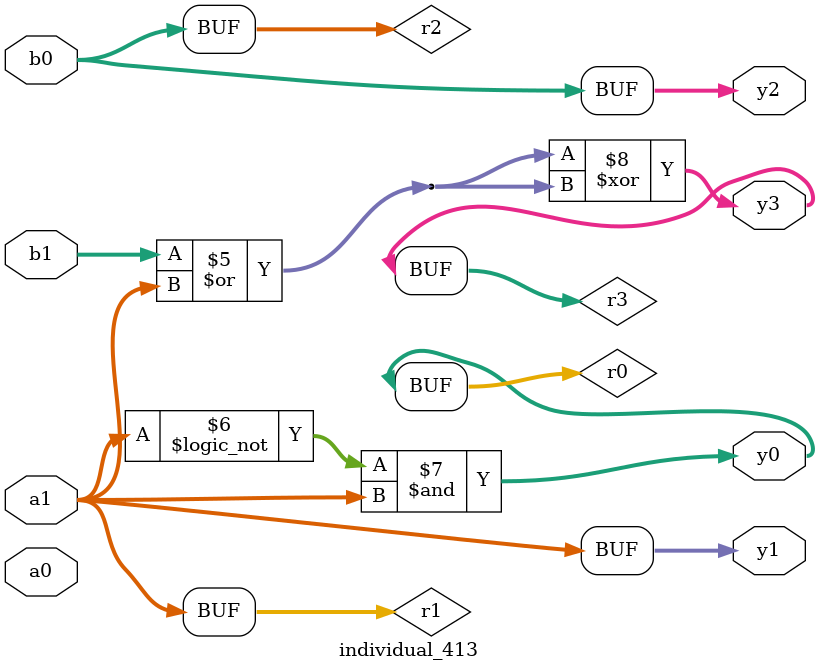
<source format=sv>
module individual_413(input logic [15:0] a1, input logic [15:0] a0, input logic [15:0] b1, input logic [15:0] b0, output logic [15:0] y3, output logic [15:0] y2, output logic [15:0] y1, output logic [15:0] y0);
logic [15:0] r0, r1, r2, r3; 
 always@(*) begin 
	 r0 = a0; r1 = a1; r2 = b0; r3 = b1; 
 	 r0  &=  r1 ;
 	 r0  |=  b0 ;
 	 r0 = ! r1 ;
 	 r3  |=  a1 ;
 	 r0 = ! a1 ;
 	 r0  &=  r1 ;
 	 r3  ^=  r3 ;
 	 y3 = r3; y2 = r2; y1 = r1; y0 = r0; 
end
endmodule
</source>
